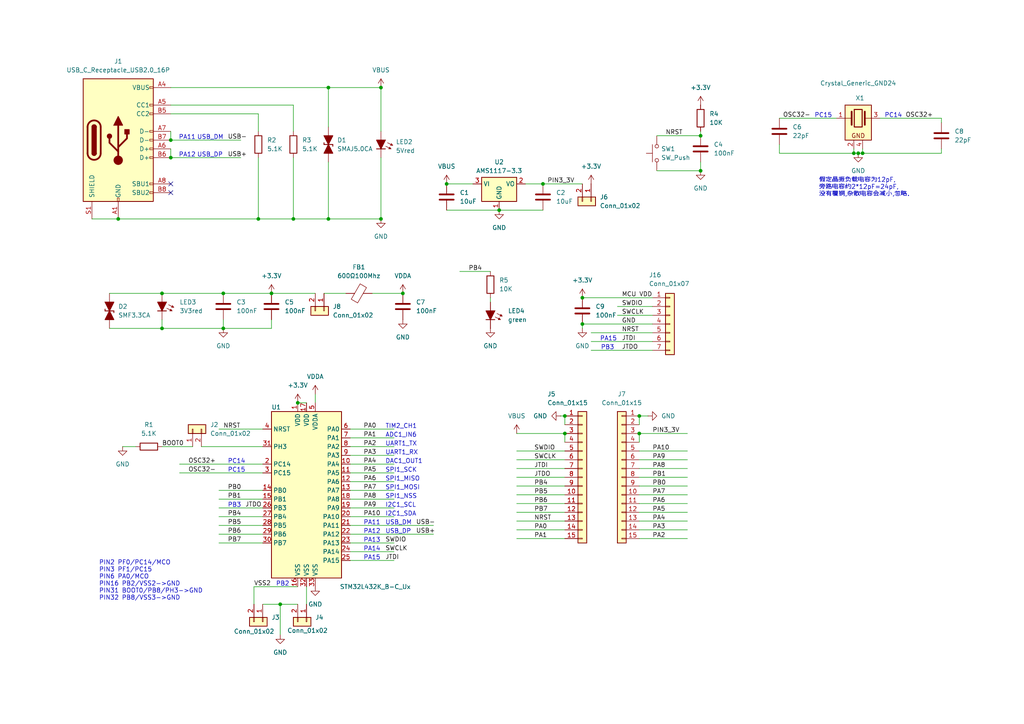
<source format=kicad_sch>
(kicad_sch (version 20250114) (generator "eeschema") (generator_version "9.0")
  (paper "A4")
  (lib_symbols
    (symbol "Connector:USB_C_Receptacle_USB2.0_16P" (pin_names (offset 1.016))
      (property "Reference" "J" (at 0 22.225 0))
      (property "Value" "USB_C_Receptacle_USB2.0_16P" (at 0 19.685 0))
      (symbol "USB_C_Receptacle_USB2.0_16P_1_1"
        (pin passive line (at -7.62 -22.86 90) (length 5.08) (name "SHIELD") (number "S1"))
        (pin passive line (at 0 -22.86 90) (length 5.08) (name "GND") (number "A1"))
        (pin passive line (at 0 -22.86 90) (length 5.08) (hide yes) (name "GND") (number "A12"))
        (pin passive line (at 0 -22.86 90) (length 5.08) (hide yes) (name "GND") (number "B1"))
        (pin passive line (at 0 -22.86 90) (length 5.08) (hide yes) (name "GND") (number "B12"))
        (pin passive line (at 15.24 15.24 180) (length 5.08) (name "VBUS") (number "A4"))
        (pin passive line (at 15.24 15.24 180) (length 5.08) (hide yes) (name "VBUS") (number "A9"))
        (pin passive line (at 15.24 15.24 180) (length 5.08) (hide yes) (name "VBUS") (number "B4"))
        (pin passive line (at 15.24 15.24 180) (length 5.08) (hide yes) (name "VBUS") (number "B9"))
        (pin bidirectional line (at 15.24 10.16 180) (length 5.08) (name "CC1") (number "A5"))
        (pin bidirectional line (at 15.24 7.62 180) (length 5.08) (name "CC2") (number "B5"))
        (pin bidirectional line (at 15.24 2.54 180) (length 5.08) (name "D-") (number "A7"))
        (pin bidirectional line (at 15.24 0 180) (length 5.08) (name "D-") (number "B7"))
        (pin bidirectional line (at 15.24 -2.54 180) (length 5.08) (name "D+") (number "A6"))
        (pin bidirectional line (at 15.24 -5.08 180) (length 5.08) (name "D+") (number "B6"))
        (pin bidirectional line (at 15.24 -12.7 180) (length 5.08) (name "SBU1") (number "A8"))
        (pin bidirectional line (at 15.24 -15.24 180) (length 5.08) (name "SBU2") (number "B8"))
      )
    )
    (symbol "Connector_Generic:Conn_01x02" (pin_names (offset 1.016) (hide yes))
      (property "Reference" "J" (at 0 2.54 0))
      (property "Value" "Conn_01x02" (at 0 -5.08 0))
      (symbol "Conn_01x02_1_1"
        (pin passive line (at -5.08 0 0) (length 3.81) (name "Pin_1") (number "1"))
        (pin passive line (at -5.08 -2.54 0) (length 3.81) (name "Pin_2") (number "2"))
      )
    )
    (symbol "Connector_Generic:Conn_01x07" (pin_names (offset 1.016) (hide yes))
      (property "Reference" "J" (at 0 10.16 0))
      (property "Value" "Conn_01x07" (at 0 -10.16 0))
      (symbol "Conn_01x07_1_1"
        (pin passive line (at -5.08 7.62 0) (length 3.81) (name "Pin_1") (number "1"))
        (pin passive line (at -5.08 5.08 0) (length 3.81) (name "Pin_2") (number "2"))
        (pin passive line (at -5.08 2.54 0) (length 3.81) (name "Pin_3") (number "3"))
        (pin passive line (at -5.08 0 0) (length 3.81) (name "Pin_4") (number "4"))
        (pin passive line (at -5.08 -2.54 0) (length 3.81) (name "Pin_5") (number "5"))
        (pin passive line (at -5.08 -5.08 0) (length 3.81) (name "Pin_6") (number "6"))
        (pin passive line (at -5.08 -7.62 0) (length 3.81) (name "Pin_7") (number "7"))
      )
    )
    (symbol "Connector_Generic:Conn_01x15" (pin_names (offset 1.016) (hide yes))
      (property "Reference" "J" (at 0 20.32 0))
      (property "Value" "Conn_01x15" (at 0 -20.32 0))
      (symbol "Conn_01x15_1_1"
        (pin passive line (at -5.08 17.78 0) (length 3.81) (name "Pin_1") (number "1"))
        (pin passive line (at -5.08 15.24 0) (length 3.81) (name "Pin_2") (number "2"))
        (pin passive line (at -5.08 12.7 0) (length 3.81) (name "Pin_3") (number "3"))
        (pin passive line (at -5.08 10.16 0) (length 3.81) (name "Pin_4") (number "4"))
        (pin passive line (at -5.08 7.62 0) (length 3.81) (name "Pin_5") (number "5"))
        (pin passive line (at -5.08 5.08 0) (length 3.81) (name "Pin_6") (number "6"))
        (pin passive line (at -5.08 2.54 0) (length 3.81) (name "Pin_7") (number "7"))
        (pin passive line (at -5.08 0 0) (length 3.81) (name "Pin_8") (number "8"))
        (pin passive line (at -5.08 -2.54 0) (length 3.81) (name "Pin_9") (number "9"))
        (pin passive line (at -5.08 -5.08 0) (length 3.81) (name "Pin_10") (number "10"))
        (pin passive line (at -5.08 -7.62 0) (length 3.81) (name "Pin_11") (number "11"))
        (pin passive line (at -5.08 -10.16 0) (length 3.81) (name "Pin_12") (number "12"))
        (pin passive line (at -5.08 -12.7 0) (length 3.81) (name "Pin_13") (number "13"))
        (pin passive line (at -5.08 -15.24 0) (length 3.81) (name "Pin_14") (number "14"))
        (pin passive line (at -5.08 -17.78 0) (length 3.81) (name "Pin_15") (number "15"))
      )
    )
    (symbol "Device:FerriteBead" (pin_numbers (hide yes)) (pin_names (offset 0))
      (property "Reference" "FB" (at -3.81 0.635 90))
      (property "Value" "FerriteBead" (at 3.81 0 90))
      (symbol "FerriteBead_1_1"
        (pin passive line (at 0 3.81 270) (length 2.54) (name "~") (number "1"))
        (pin passive line (at 0 -3.81 90) (length 2.54) (name "~") (number "2"))
      )
    )
    (symbol "Library:SMF3.3CA" (pin_numbers (hide yes)) (pin_names (offset 1.016) (hide yes))
      (property "Reference" "D" (at 0 5.08 0))
      (property "Value" "SMF3.3CA" (at 0 2.54 0))
      (symbol "SMF3.3CA_1_1"
        (pin passive line (at -5.08 0 0) (length 2.54) (name "K") (number "1"))
        (pin passive line (at 5.08 0 180) (length 2.54) (name "A") (number "2"))
      )
      (symbol "SMF3.3CA_1_2"
        (pin passive line (at -3.81 -3.81 0) (length 0) (name "A") (number "2"))
        (pin passive line (at 3.81 3.81 180) (length 0) (name "K") (number "1"))
      )
    )
    (symbol "MCU_ST_STM32L4:STM32L432K_B-C_Ux"
      (property "Reference" "U1" (at -10.16 26.67 0))
      (property "Value" "STM32L432K_B-C_Ux" (at 9.652 -25.4 0))
      (symbol "STM32L432K_B-C_Ux_1_1"
        (pin input line (at -12.7 20.32 0) (length 2.54) (name "NRST") (number "4"))
        (pin bidirectional line (at -12.7 15.24 0) (length 2.54) (name "PH3") (number "31"))
        (pin bidirectional line (at -12.7 10.16 0) (length 2.54) (name "PC14") (number "2"))
        (pin bidirectional line (at -12.7 7.62 0) (length 2.54) (name "PC15") (number "3"))
        (pin bidirectional line (at -12.7 2.54 0) (length 2.54) (name "PB0") (number "14"))
        (pin bidirectional line (at -12.7 0 0) (length 2.54) (name "PB1") (number "15"))
        (pin bidirectional line (at -12.7 -2.54 0) (length 2.54) (name "PB3") (number "26"))
        (pin bidirectional line (at -12.7 -5.08 0) (length 2.54) (name "PB4") (number "27"))
        (pin bidirectional line (at -12.7 -7.62 0) (length 2.54) (name "PB5") (number "28"))
        (pin bidirectional line (at -12.7 -10.16 0) (length 2.54) (name "PB6") (number "29"))
        (pin bidirectional line (at -12.7 -12.7 0) (length 2.54) (name "PB7") (number "30"))
        (pin power_in line (at -2.54 27.94 270) (length 2.54) (name "VDD") (number "1"))
        (pin power_in line (at -2.54 -25.4 90) (length 2.54) (name "VSS") (number "16"))
        (pin power_in line (at 0 27.94 270) (length 2.54) (name "VDD") (number "17"))
        (pin passive line (at 0 -25.4 90) (length 2.54) (name "VSS") (number "32"))
        (pin power_in line (at 2.54 27.94 270) (length 2.54) (name "VDDA") (number "5"))
        (pin passive line (at 2.54 -25.4 90) (length 2.54) (name "VSS") (number "33"))
        (pin bidirectional line (at 12.7 20.32 180) (length 2.54) (name "PA0") (number "6"))
        (pin bidirectional line (at 12.7 17.78 180) (length 2.54) (name "PA1") (number "7"))
        (pin bidirectional line (at 12.7 15.24 180) (length 2.54) (name "PA2") (number "8"))
        (pin bidirectional line (at 12.7 12.7 180) (length 2.54) (name "PA3") (number "9"))
        (pin bidirectional line (at 12.7 10.16 180) (length 2.54) (name "PA4") (number "10"))
        (pin bidirectional line (at 12.7 7.62 180) (length 2.54) (name "PA5") (number "11"))
        (pin bidirectional line (at 12.7 5.08 180) (length 2.54) (name "PA6") (number "12"))
        (pin bidirectional line (at 12.7 2.54 180) (length 2.54) (name "PA7") (number "13"))
        (pin bidirectional line (at 12.7 0 180) (length 2.54) (name "PA8") (number "18"))
        (pin bidirectional line (at 12.7 -2.54 180) (length 2.54) (name "PA9") (number "19"))
        (pin bidirectional line (at 12.7 -5.08 180) (length 2.54) (name "PA10") (number "20"))
        (pin bidirectional line (at 12.7 -7.62 180) (length 2.54) (name "PA11") (number "21"))
        (pin bidirectional line (at 12.7 -10.16 180) (length 2.54) (name "PA12") (number "22"))
        (pin bidirectional line (at 12.7 -12.7 180) (length 2.54) (name "PA13") (number "23"))
        (pin bidirectional line (at 12.7 -15.24 180) (length 2.54) (name "PA14") (number "24"))
        (pin bidirectional line (at 12.7 -17.78 180) (length 2.54) (name "PA15") (number "25"))
      )
    )
    (symbol "PCM_Capacitor_AKL:C_0603" (pin_numbers (hide yes)) (pin_names (offset 0.254))
      (property "Reference" "C" (at 0.635 2.54 0))
      (property "Value" "C_0603" (at 0.635 -2.54 0))
      (symbol "C_0603_1_1"
        (pin passive line (at 0 3.81 270) (length 2.794) (name "~") (number "1"))
        (pin passive line (at 0 -3.81 90) (length 2.794) (name "~") (number "2"))
      )
      (symbol "C_0603_1_2"
        (pin passive line (at -2.54 -2.54 90) (length 0) (name "~") (number "2"))
        (pin passive line (at 2.54 2.54 270) (length 0) (name "~") (number "1"))
      )
    )
    (symbol "PCM_Capacitor_AKL:C_1206" (pin_numbers (hide yes)) (pin_names (offset 0.254))
      (property "Reference" "C" (at 0.635 2.54 0))
      (property "Value" "C_1206" (at 0.635 -2.54 0))
      (symbol "C_1206_1_1"
        (pin passive line (at 0 3.81 270) (length 2.794) (name "~") (number "1"))
        (pin passive line (at 0 -3.81 90) (length 2.794) (name "~") (number "2"))
      )
      (symbol "C_1206_1_2"
        (pin passive line (at -2.54 -2.54 90) (length 0) (name "~") (number "2"))
        (pin passive line (at 2.54 2.54 270) (length 0) (name "~") (number "1"))
      )
    )
    (symbol "PCM_Crystal_AKL:Crystal_Generic_GND24" (pin_names (offset 1.016) (hide yes))
      (property "Reference" "X" (at 0 8.89 0))
      (property "Value" "Crystal_Generic" (at 0 6.35 0))
      (symbol "Crystal_Generic_GND24_0_1"
        (text "GND" (at 0 -5.08 0) (effects (font (size 1.27 1.27))))
      )
      (symbol "Crystal_Generic_GND24_1_1"
        (pin passive line (at -6.35 0 0) (length 2.54) (name "1") (number "1"))
        (pin passive line (at -1.27 -8.89 90) (length 2.54) (name "2") (number "2"))
        (pin passive line (at 1.27 -8.89 90) (length 2.54) (name "4") (number "4"))
        (pin passive line (at 6.35 0 180) (length 2.54) (name "3") (number "3"))
      )
    )
    (symbol "PCM_Diode_TVS_AKL:SMAJ5.0CA" (pin_numbers (hide yes)) (pin_names (offset 1.016) (hide yes))
      (property "Reference" "D" (at 0 5.08 0))
      (property "Value" "SMAJ5.0CA" (at 0 2.54 0))
      (symbol "SMAJ5.0CA_1_1"
        (pin passive line (at -5.08 0 0) (length 2.54) (name "K") (number "1"))
        (pin passive line (at 5.08 0 180) (length 2.54) (name "A") (number "2"))
      )
      (symbol "SMAJ5.0CA_1_2"
        (pin passive line (at -3.81 -3.81 0) (length 0) (name "A") (number "2"))
        (pin passive line (at 3.81 3.81 180) (length 0) (name "K") (number "1"))
      )
    )
    (symbol "PCM_LED_AKL:LED_1206" (pin_numbers (hide yes)) (pin_names (offset 1.016) (hide yes))
      (property "Reference" "LED" (at 0 7.62 0))
      (property "Value" "LED_1206" (at 0 5.08 0))
      (symbol "LED_1206_1_1"
        (pin passive line (at -3.81 0 0) (length 2.54) (name "A") (number "2"))
        (pin passive line (at 3.81 0 180) (length 2.54) (name "K") (number "1"))
      )
      (symbol "LED_1206_1_2"
        (pin passive line (at -2.54 -2.54 0) (length 0) (name "A") (number "2"))
        (pin passive line (at 2.54 2.54 180) (length 0) (name "K") (number "1"))
      )
    )
    (symbol "PCM_Resistor_AKL:R_1206" (pin_numbers (hide yes)) (pin_names (offset 0))
      (property "Reference" "R" (at 2.54 1.27 0))
      (property "Value" "R_1206" (at 2.54 -1.27 0))
      (symbol "R_1206_1_1"
        (pin passive line (at 0 3.81 270) (length 1.27) (name "~") (number "1"))
        (pin passive line (at 0 -3.81 90) (length 1.27) (name "~") (number "2"))
      )
      (symbol "R_1206_1_2"
        (pin passive line (at -2.54 -2.54 0) (length 0) (name "") (number "2"))
        (pin passive line (at 2.54 2.54 180) (length 0) (name "") (number "1"))
      )
    )
    (symbol "Regulator_Linear:AMS1117-3.3"
      (property "Reference" "U" (at -3.81 3.175 0))
      (property "Value" "AMS1117-3.3" (at 0 3.175 0))
      (symbol "AMS1117-3.3_1_1"
        (pin power_in line (at -7.62 0 0) (length 2.54) (name "VI") (number "3"))
        (pin power_in line (at 0 -7.62 90) (length 2.54) (name "GND") (number "1"))
        (pin power_out line (at 7.62 0 180) (length 2.54) (name "VO") (number "2"))
      )
    )
    (symbol "Switch:SW_Push" (pin_numbers (hide yes)) (pin_names (offset 1.016) (hide yes))
      (property "Reference" "SW" (at 1.27 2.54 0))
      (property "Value" "SW_Push" (at 0 -1.524 0))
      (symbol "SW_Push_0_1"
        (pin passive line (at -5.08 0 0) (length 2.54) (name "1") (number "1"))
        (pin passive line (at 5.08 0 180) (length 2.54) (name "2") (number "2"))
      )
    )
    (symbol "power:+3.3V" (power) (pin_numbers (hide yes)) (pin_names (offset 0) (hide yes))
      (property "Value" "+3.3V" (at 0 3.556 0))
      (symbol "+3.3V_1_1"
        (pin power_in line (at 0 0 90) (length 0) (name "~") (number "1"))
      )
    )
    (symbol "power:GND" (power) (pin_numbers (hide yes)) (pin_names (offset 0) (hide yes))
      (property "Value" "GND" (at 0 -3.81 0))
      (symbol "GND_1_1"
        (pin power_in line (at 0 0 270) (length 0) (name "~") (number "1"))
      )
    )
    (symbol "power:VBUS" (power) (pin_numbers (hide yes)) (pin_names (offset 0) (hide yes))
      (property "Value" "VBUS" (at 0 3.556 0))
      (symbol "VBUS_1_1"
        (pin power_in line (at 0 0 90) (length 0) (name "~") (number "1"))
      )
    )
    (symbol "power:VDDA" (power) (pin_numbers (hide yes)) (pin_names (offset 0) (hide yes))
      (property "Value" "VDDA" (at 0 3.556 0))
      (symbol "VDDA_1_1"
        (pin power_in line (at 0 0 90) (length 0) (name "~") (number "1"))
      )
    )
  )
  (text "DAC1_OUT1" (at 111.76 134.62 0) (effects (font (size 1.27 1.27)) (justify left bottom)))
  (text "SPI1_NSS" (at 111.76 144.78 0) (effects (font (size 1.27 1.27)) (justify left bottom)))
  (text "PA12" (at 51.816 45.72 0) (effects (font (size 1.27 1.27)) (justify left bottom)))
  (text "USB_DM" (at 111.76 152.4 0) (effects (font (size 1.27 1.27)) (justify left bottom)))
  (text "PC15" (at 236.22 34.29 0) (effects (font (size 1.27 1.27)) (justify left bottom)))
  (text "USB_DP" (at 111.76 154.94 0) (effects (font (size 1.27 1.27)) (justify left bottom)))
  (text "SPI1_MISO" (at 111.76 139.7 0) (effects (font (size 1.27 1.27)) (justify left bottom)))
  (text "PC14" (at 66.04 134.62 0) (effects (font (size 1.27 1.27)) (justify left bottom)))
  (text "PA14" (at 105.41 160.02 0) (effects (font (size 1.27 1.27)) (justify left bottom)))
  (text "USB_DP" (at 57.15 45.72 0) (effects (font (size 1.27 1.27)) (justify left bottom)))
  (text "TIM2_CH1" (at 111.76 124.46 0) (effects (font (size 1.27 1.27)) (justify left bottom)))
  (text "PA11" (at 105.41 152.4 0) (effects (font (size 1.27 1.27)) (justify left bottom)))
  (text "PA15" (at 105.41 162.56 0) (effects (font (size 1.27 1.27)) (justify left bottom)))
  (text "PC15" (at 66.04 137.16 0) (effects (font (size 1.27 1.27)) (justify left bottom)))
  (text "I2C1_SCL" (at 111.76 147.32 0) (effects (font (size 1.27 1.27)) (justify left bottom)))
  (text "PA12" (at 105.41 154.94 0) (effects (font (size 1.27 1.27)) (justify left bottom)))
  (text "UART1_RX" (at 111.76 132.08 0) (effects (font (size 1.27 1.27)) (justify left bottom)))
  (text "PB2" (at 80.01 170.18 0) (effects (font (size 1.27 1.27)) (justify left bottom)))
  (text "USB_DM" (at 57.15 40.64 0) (effects (font (size 1.27 1.27)) (justify left bottom)))
  (text "ADC1_IN6" (at 111.76 127 0) (effects (font (size 1.27 1.27)) (justify left bottom)))
  (text "SPI1_SCK" (at 111.76 137.16 0) (effects (font (size 1.27 1.27)) (justify left bottom)))
  (text "PC14" (at 256.54 34.29 0) (effects (font (size 1.27 1.27)) (justify left bottom)))
  (text "假定晶振负载电容为12pF,\n旁路电容约2*12pF=24pF,\n没有覆铜,杂散电容会减小,忽略." (at 237.49 57.15 0) (effects (font (size 1.27 1.27)) (justify left bottom)))
  (text "PA13" (at 105.41 157.48 0) (effects (font (size 1.27 1.27)) (justify left bottom)))
  (text "PIN2 PF0/PC14/MCO\nPIN3 PF1/PC15\nPIN6 PA0/MCO\nPIN16 PB2/VSS2->GND\nPIN31 BOOT0/PB8/PH3->GND\nPIN32 PB8/VSS3->GND" (at 28.702 174.244 0) (effects (font (size 1.27 1.27)) (justify left bottom)))
  (text "PB3" (at 66.04 147.32 0) (effects (font (size 1.27 1.27)) (justify left bottom)))
  (text "PA11" (at 51.816 40.64 0) (effects (font (size 1.27 1.27)) (justify left bottom)))
  (text "PB3" (at 174.244 101.6 0) (effects (font (size 1.27 1.27)) (justify left bottom)))
  (text "I2C1_SDA" (at 111.76 149.86 0) (effects (font (size 1.27 1.27)) (justify left bottom)))
  (text "UART1_TX" (at 111.76 129.54 0) (effects (font (size 1.27 1.27)) (justify left bottom)))
  (text "SPI1_MOSI" (at 111.76 142.24 0) (effects (font (size 1.27 1.27)) (justify left bottom)))
  (text "PA15" (at 173.99 99.06 0) (effects (font (size 1.27 1.27)) (justify left bottom)))
  (junction (at 185.42 120.65))
  (junction (at 95.25 25.4))
  (junction (at 74.93 63.5))
  (junction (at 157.48 53.34))
  (junction (at 203.2 39.37))
  (junction (at 110.49 25.4))
  (junction (at 250.19 44.45))
  (junction (at 64.77 95.25))
  (junction (at 49.53 40.64))
  (junction (at 85.09 63.5))
  (junction (at 46.99 95.25))
  (junction (at 34.29 63.5))
  (junction (at 86.36 116.84))
  (junction (at 248.92 44.45))
  (junction (at 168.91 86.36))
  (junction (at 129.54 53.34))
  (junction (at 163.83 120.65))
  (junction (at 46.99 85.09))
  (junction (at 203.2 49.53))
  (junction (at 247.65 44.45))
  (junction (at 78.74 85.09))
  (junction (at 185.42 125.73))
  (junction (at 116.84 85.09))
  (junction (at 163.83 125.73))
  (junction (at 95.25 63.5))
  (junction (at 49.53 45.72))
  (junction (at 64.77 85.09))
  (junction (at 144.78 60.96))
  (junction (at 81.28 175.26))
  (junction (at 168.91 93.98))
  (junction (at 110.49 63.5))
  (no_connect (at 49.53 55.88))
  (no_connect (at 49.53 53.34))
  (wire (pts (xy 49.53 45.72) (xy 69.85 45.72)))
  (wire (pts (xy 85.09 63.5) (xy 74.93 63.5)))
  (wire (pts (xy 152.4 53.34) (xy 157.48 53.34)))
  (wire (pts (xy 149.86 153.67) (xy 163.83 153.67)))
  (wire (pts (xy 185.42 148.59) (xy 199.39 148.59)))
  (wire (pts (xy 85.09 30.48) (xy 85.09 38.1)))
  (wire (pts (xy 179.07 88.9) (xy 189.23 88.9)))
  (wire (pts (xy 203.2 38.1) (xy 203.2 39.37)))
  (wire (pts (xy 63.5 154.94) (xy 76.2 154.94)))
  (wire (pts (xy 190.5 49.53) (xy 203.2 49.53)))
  (wire (pts (xy 250.19 43.18) (xy 250.19 44.45)))
  (wire (pts (xy 31.75 95.25) (xy 46.99 95.25)))
  (wire (pts (xy 101.6 129.54) (xy 114.3 129.54)))
  (wire (pts (xy 26.67 63.5) (xy 34.29 63.5)))
  (wire (pts (xy 63.5 144.78) (xy 76.2 144.78)))
  (wire (pts (xy 185.42 156.21) (xy 199.39 156.21)))
  (wire (pts (xy 129.54 60.96) (xy 144.78 60.96)))
  (wire (pts (xy 101.6 162.56) (xy 114.3 162.56)))
  (wire (pts (xy 226.06 44.45) (xy 247.65 44.45)))
  (wire (pts (xy 91.44 114.3) (xy 91.44 116.84)))
  (wire (pts (xy 46.99 129.54) (xy 55.88 129.54)))
  (wire (pts (xy 101.6 144.78) (xy 114.3 144.78)))
  (wire (pts (xy 101.6 127) (xy 114.3 127)))
  (wire (pts (xy 81.28 175.26) (xy 86.36 175.26)))
  (wire (pts (xy 73.66 170.18) (xy 86.36 170.18)))
  (wire (pts (xy 93.98 85.09) (xy 100.33 85.09)))
  (wire (pts (xy 185.42 138.43) (xy 199.39 138.43)))
  (wire (pts (xy 101.6 124.46) (xy 114.3 124.46)))
  (wire (pts (xy 185.42 146.05) (xy 199.39 146.05)))
  (wire (pts (xy 185.42 153.67) (xy 199.39 153.67)))
  (wire (pts (xy 101.6 132.08) (xy 114.3 132.08)))
  (wire (pts (xy 49.53 33.02) (xy 74.93 33.02)))
  (wire (pts (xy 185.42 130.81) (xy 199.39 130.81)))
  (wire (pts (xy 52.07 137.16) (xy 76.2 137.16)))
  (wire (pts (xy 242.57 34.29) (xy 226.06 34.29)))
  (wire (pts (xy 185.42 133.35) (xy 199.39 133.35)))
  (wire (pts (xy 149.86 133.35) (xy 163.83 133.35)))
  (wire (pts (xy 95.25 46.99) (xy 95.25 63.5)))
  (wire (pts (xy 273.05 44.45) (xy 273.05 43.18)))
  (wire (pts (xy 168.91 93.98) (xy 168.91 95.25)))
  (wire (pts (xy 133.35 78.74) (xy 142.24 78.74)))
  (wire (pts (xy 149.86 156.21) (xy 163.83 156.21)))
  (wire (pts (xy 88.9 170.18) (xy 88.9 175.26)))
  (wire (pts (xy 101.6 152.4) (xy 125.73 152.4)))
  (wire (pts (xy 149.86 130.81) (xy 163.83 130.81)))
  (wire (pts (xy 185.42 125.73) (xy 185.42 128.27)))
  (wire (pts (xy 247.65 44.45) (xy 248.92 44.45)))
  (wire (pts (xy 101.6 157.48) (xy 114.3 157.48)))
  (wire (pts (xy 185.42 135.89) (xy 199.39 135.89)))
  (wire (pts (xy 78.74 85.09) (xy 91.44 85.09)))
  (wire (pts (xy 203.2 46.99) (xy 203.2 49.53)))
  (wire (pts (xy 110.49 45.72) (xy 110.49 63.5)))
  (wire (pts (xy 101.6 139.7) (xy 114.3 139.7)))
  (wire (pts (xy 46.99 95.25) (xy 64.77 95.25)))
  (wire (pts (xy 95.25 25.4) (xy 95.25 36.83)))
  (wire (pts (xy 162.56 120.65) (xy 163.83 120.65)))
  (wire (pts (xy 247.65 43.18) (xy 247.65 44.45)))
  (wire (pts (xy 73.66 175.26) (xy 73.66 170.18)))
  (wire (pts (xy 101.6 147.32) (xy 114.3 147.32)))
  (wire (pts (xy 110.49 25.4) (xy 110.49 38.1)))
  (wire (pts (xy 49.53 25.4) (xy 95.25 25.4)))
  (wire (pts (xy 171.45 101.6) (xy 189.23 101.6)))
  (wire (pts (xy 63.5 147.32) (xy 76.2 147.32)))
  (wire (pts (xy 187.96 120.65) (xy 185.42 120.65)))
  (wire (pts (xy 63.5 142.24) (xy 76.2 142.24)))
  (wire (pts (xy 273.05 34.29) (xy 273.05 35.56)))
  (wire (pts (xy 46.99 85.09) (xy 64.77 85.09)))
  (wire (pts (xy 250.19 44.45) (xy 273.05 44.45)))
  (wire (pts (xy 78.74 95.25) (xy 78.74 92.71)))
  (wire (pts (xy 149.86 135.89) (xy 163.83 135.89)))
  (wire (pts (xy 49.53 38.1) (xy 49.53 40.64)))
  (wire (pts (xy 64.77 85.09) (xy 78.74 85.09)))
  (wire (pts (xy 76.2 175.26) (xy 81.28 175.26)))
  (wire (pts (xy 31.75 85.09) (xy 46.99 85.09)))
  (wire (pts (xy 101.6 149.86) (xy 114.3 149.86)))
  (wire (pts (xy 168.91 86.36) (xy 189.23 86.36)))
  (wire (pts (xy 144.78 60.96) (xy 157.48 60.96)))
  (wire (pts (xy 64.77 95.25) (xy 64.77 92.71)))
  (wire (pts (xy 101.6 160.02) (xy 114.3 160.02)))
  (wire (pts (xy 185.42 140.97) (xy 199.39 140.97)))
  (wire (pts (xy 179.07 91.44) (xy 189.23 91.44)))
  (wire (pts (xy 190.5 39.37) (xy 203.2 39.37)))
  (wire (pts (xy 95.25 25.4) (xy 110.49 25.4)))
  (wire (pts (xy 85.09 45.72) (xy 85.09 63.5)))
  (wire (pts (xy 226.06 44.45) (xy 226.06 41.91)))
  (wire (pts (xy 185.42 143.51) (xy 199.39 143.51)))
  (wire (pts (xy 49.53 43.18) (xy 49.53 45.72)))
  (wire (pts (xy 101.6 142.24) (xy 114.3 142.24)))
  (wire (pts (xy 35.56 129.54) (xy 39.37 129.54)))
  (wire (pts (xy 171.45 96.52) (xy 189.23 96.52)))
  (wire (pts (xy 46.99 95.25) (xy 46.99 92.71)))
  (wire (pts (xy 185.42 120.65) (xy 185.42 123.19)))
  (wire (pts (xy 255.27 34.29) (xy 273.05 34.29)))
  (wire (pts (xy 149.86 151.13) (xy 163.83 151.13)))
  (wire (pts (xy 63.5 152.4) (xy 76.2 152.4)))
  (wire (pts (xy 149.86 140.97) (xy 163.83 140.97)))
  (wire (pts (xy 171.45 99.06) (xy 189.23 99.06)))
  (wire (pts (xy 149.86 146.05) (xy 163.83 146.05)))
  (wire (pts (xy 49.53 30.48) (xy 85.09 30.48)))
  (wire (pts (xy 63.5 124.46) (xy 76.2 124.46)))
  (wire (pts (xy 149.86 143.51) (xy 163.83 143.51)))
  (wire (pts (xy 185.42 151.13) (xy 199.39 151.13)))
  (wire (pts (xy 63.5 157.48) (xy 76.2 157.48)))
  (wire (pts (xy 110.49 63.5) (xy 95.25 63.5)))
  (wire (pts (xy 58.42 129.54) (xy 76.2 129.54)))
  (wire (pts (xy 52.07 134.62) (xy 76.2 134.62)))
  (wire (pts (xy 157.48 53.34) (xy 168.91 53.34)))
  (wire (pts (xy 163.83 125.73) (xy 163.83 128.27)))
  (wire (pts (xy 74.93 63.5) (xy 34.29 63.5)))
  (wire (pts (xy 142.24 86.36) (xy 142.24 87.63)))
  (wire (pts (xy 101.6 134.62) (xy 114.3 134.62)))
  (wire (pts (xy 107.95 85.09) (xy 116.84 85.09)))
  (wire (pts (xy 149.86 125.73) (xy 163.83 125.73)))
  (wire (pts (xy 64.77 95.25) (xy 78.74 95.25)))
  (wire (pts (xy 101.6 137.16) (xy 114.3 137.16)))
  (wire (pts (xy 168.91 93.98) (xy 189.23 93.98)))
  (wire (pts (xy 86.36 116.84) (xy 88.9 116.84)))
  (wire (pts (xy 248.92 44.45) (xy 250.19 44.45)))
  (wire (pts (xy 129.54 53.34) (xy 137.16 53.34)))
  (wire (pts (xy 63.5 149.86) (xy 76.2 149.86)))
  (wire (pts (xy 95.25 63.5) (xy 85.09 63.5)))
  (wire (pts (xy 149.86 138.43) (xy 163.83 138.43)))
  (wire (pts (xy 74.93 33.02) (xy 74.93 38.1)))
  (wire (pts (xy 74.93 45.72) (xy 74.93 63.5)))
  (wire (pts (xy 149.86 148.59) (xy 163.83 148.59)))
  (wire (pts (xy 163.83 120.65) (xy 163.83 123.19)))
  (wire (pts (xy 101.6 154.94) (xy 125.73 154.94)))
  (wire (pts (xy 81.28 184.15) (xy 81.28 175.26)))
  (wire (pts (xy 185.42 125.73) (xy 199.39 125.73)))
  (wire (pts (xy 49.53 40.64) (xy 69.85 40.64)))
  (label "PA7" (at 189.23 143.51 0))
  (label "JTDI" (at 154.94 135.89 0))
  (label "JTDO" (at 154.94 138.43 0))
  (label "PB6" (at 66.04 154.94 0))
  (label "PIN3_3V" (at 158.75 53.34 0))
  (label "SWCLK" (at 154.94 133.35 0))
  (label "OSC32+" (at 54.61 134.62 0))
  (label "PA5" (at 189.23 148.59 0))
  (label "JTDO" (at 71.12 147.32 0))
  (label "USB-" (at 66.04 40.64 0))
  (label "PA6" (at 189.23 146.05 0))
  (label "JTDI" (at 111.76 162.56 0))
  (label "PB4" (at 154.94 140.97 0))
  (label "PA2" (at 105.41 129.54 0))
  (label "OSC32+" (at 262.636 34.29 0))
  (label "SWDIO" (at 111.76 157.48 0))
  (label "PA10" (at 105.41 149.86 0))
  (label "SWCLK" (at 111.76 160.02 0))
  (label "GND" (at 180.34 93.98 0))
  (label "JTDO" (at 180.34 101.6 0))
  (label "PA8" (at 105.41 144.78 0))
  (label "PA7" (at 105.41 142.24 0))
  (label "USB-" (at 120.65 152.4 0))
  (label "PB1" (at 189.23 138.43 0))
  (label "MCU VDD" (at 180.34 86.36 0))
  (label "PB6" (at 154.94 146.05 0))
  (label "PIN3_3V" (at 189.23 125.73 0))
  (label "PA1" (at 105.41 127 0))
  (label "PB1" (at 66.04 144.78 0))
  (label "PA1" (at 154.94 156.21 0))
  (label "PB5" (at 66.04 152.4 0))
  (label "VSS2" (at 73.66 170.18 0))
  (label "PA4" (at 189.23 151.13 0))
  (label "OSC32-" (at 54.61 137.16 0))
  (label "PA4" (at 105.41 134.62 0))
  (label "PA9" (at 105.41 147.32 0))
  (label "NRST" (at 154.94 151.13 0))
  (label "PA0" (at 105.41 124.46 0))
  (label "USB+" (at 66.04 45.72 0))
  (label "PA10" (at 189.23 130.81 0))
  (label "PA9" (at 189.23 133.35 0))
  (label "JTDI" (at 180.34 99.06 0))
  (label "OSC32-" (at 227.076 34.29 0))
  (label "PA6" (at 105.41 139.7 0))
  (label "NRST" (at 193.04 39.37 0))
  (label "SWCLK" (at 180.34 91.44 0))
  (label "NRST" (at 64.77 124.46 0))
  (label "PA3" (at 105.41 132.08 0))
  (label "PA0" (at 154.94 153.67 0))
  (label "PB4" (at 135.89 78.74 0))
  (label "PB7" (at 154.94 148.59 0))
  (label "PA5" (at 105.41 137.16 0))
  (label "SWDIO" (at 180.34 88.9 0))
  (label "PB4" (at 66.04 149.86 0))
  (label "PA2" (at 189.23 156.21 0))
  (label "PA3" (at 189.23 153.67 0))
  (label "NRST" (at 180.34 96.52 0))
  (label "PB7" (at 66.04 157.48 0))
  (label "USB+" (at 120.65 154.94 0))
  (label "PB5" (at 154.94 143.51 0))
  (label "PA8" (at 189.23 135.89 0))
  (label "PB0" (at 66.04 142.24 0))
  (label "BOOT0" (at 46.99 129.54 0))
  (label "SWDIO" (at 154.94 130.81 0))
  (label "PB0" (at 189.23 140.97 0))
  (symbol (lib_id "power:+3.3V") (at 78.74 85.09 0) (unit 1)
    (property "Reference" "#PWR015" (effects (hide yes)))
    (property "Value" "+3.3V" (at 78.74 80.01 0))
    (property "Description" "Power symbol creates a global label with name \"+3.3V\"" (effects (hide yes)))
  )
  (symbol (lib_id "Connector_Generic:Conn_01x02") (at 171.45 58.42 270) (unit 1)
    (property "Reference" "J6" (at 173.99 57.1499 90) (effects (justify left)))
    (property "Value" "Conn_01x02" (at 173.99 59.6899 90) (effects (justify left)))
    (property "Footprint" "Connector_PinHeader_2.54mm:PinHeader_1x02_P2.54mm_Vertical" (effects (hide yes)))
    (property "Description" "Generic connector, single row, 01x02, script generated (kicad-library-utils/schlib/autogen/connector/)" (effects (hide yes)))
  )
  (symbol (lib_id "PCM_Resistor_AKL:R_1206") (at 43.18 129.54 90) (unit 1)
    (property "Reference" "R1" (at 43.18 123.19 90))
    (property "Value" "5.1K" (at 43.18 125.73 90))
    (property "Footprint" "PCM_Resistor_SMD_AKL:R_1206_3216Metric" (effects (hide yes)))
    (property "Description" "SMD 1206 Chip Resistor, European Symbol, Alternate KiCad Library" (effects (hide yes)))
  )
  (symbol (lib_id "Device:FerriteBead") (at 104.14 85.09 90) (unit 1)
    (property "Reference" "FB1" (at 104.0892 77.47 90))
    (property "Value" "600Ω100Mhz" (at 104.0892 80.01 90))
    (property "Footprint" "PCM_Ferrite_SMD_AKL:Ferrite_1206_3216Metric" (effects (hide yes)))
    (property "Description" "Ferrite bead" (effects (hide yes)))
  )
  (symbol (lib_id "PCM_Capacitor_AKL:C_0603") (at 226.06 38.1 0) (unit 1)
    (property "Reference" "C6" (at 229.87 36.8299 0) (effects (justify left)))
    (property "Value" "22pF" (at 229.87 39.3699 0) (effects (justify left)))
    (property "Footprint" "PCM_Capacitor_SMD_AKL:C_0603_1608Metric" (effects (hide yes)))
    (property "Description" "SMD 0603 MLCC capacitor, Alternate KiCad Library" (effects (hide yes)))
  )
  (symbol (lib_id "power:GND") (at 142.24 95.25 0) (unit 1)
    (property "Reference" "#PWR021" (effects (hide yes)))
    (property "Value" "GND" (at 142.24 100.33 0))
    (property "Description" "Power symbol creates a global label with name \"GND\" , ground" (effects (hide yes)))
  )
  (symbol (lib_id "power:GND") (at 168.91 95.25 0) (unit 1)
    (property "Reference" "#PWR023" (effects (hide yes)))
    (property "Value" "GND" (at 168.91 100.33 0))
    (property "Description" "Power symbol creates a global label with name \"GND\" , ground" (effects (hide yes)))
  )
  (symbol (lib_id "Connector_Generic:Conn_01x02") (at 88.9 180.34 270) (unit 1)
    (property "Reference" "J4" (at 91.44 179.0699 90) (effects (justify left)))
    (property "Value" "Conn_01x02" (at 83.312 182.88 90) (effects (justify left)))
    (property "Footprint" "Connector_PinHeader_2.54mm:PinHeader_1x02_P2.54mm_Vertical" (effects (hide yes)))
    (property "Description" "Generic connector, single row, 01x02, script generated (kicad-library-utils/schlib/autogen/connector/)" (effects (hide yes)))
  )
  (symbol (lib_id "power:GND") (at 64.77 95.25 0) (unit 1)
    (property "Reference" "#PWR012" (effects (hide yes)))
    (property "Value" "GND" (at 64.77 100.33 0))
    (property "Description" "Power symbol creates a global label with name \"GND\" , ground" (effects (hide yes)))
  )
  (symbol (lib_id "Connector_Generic:Conn_01x15") (at 180.34 138.43 0) (mirror y) (unit 1)
    (property "Reference" "J7" (at 180.34 114.3 0))
    (property "Value" "Conn_01x15" (at 180.34 116.84 0))
    (property "Footprint" "Connector_PinHeader_2.54mm:PinHeader_1x15_P2.54mm_Vertical" (effects (hide yes)))
    (property "Description" "Generic connector, single row, 01x15, script generated (kicad-library-utils/schlib/autogen/connector/)" (effects (hide yes)))
  )
  (symbol (lib_id "power:GND") (at 35.56 129.54 0) (unit 1)
    (property "Reference" "#PWR01" (effects (hide yes)))
    (property "Value" "GND" (at 35.56 134.62 0))
    (property "Description" "Power symbol creates a global label with name \"GND\" , ground" (effects (hide yes)))
  )
  (symbol (lib_id "PCM_LED_AKL:LED_1206") (at 142.24 91.44 270) (unit 1)
    (property "Reference" "LED4" (at 147.32 90.1699 90) (effects (justify left)))
    (property "Value" "green" (at 147.32 92.7099 90) (effects (justify left)))
    (property "Footprint" "PCM_LED_SMD_AKL:LED_1206_3216Metric" (effects (hide yes)))
    (property "Description" "SMD LED, 1206, Alternate KiCad Library" (effects (hide yes)))
  )
  (symbol (lib_id "PCM_LED_AKL:LED_1206") (at 110.49 41.91 270) (unit 1)
    (property "Reference" "LED2" (at 114.808 41.148 90) (effects (justify left)))
    (property "Value" "5Vred" (at 114.808 43.688 90) (effects (justify left)))
    (property "Footprint" "PCM_LED_SMD_AKL:LED_1206_3216Metric" (effects (hide yes)))
    (property "Description" "SMD LED, 1206, Alternate KiCad Library" (effects (hide yes)))
  )
  (symbol (lib_id "Connector_Generic:Conn_01x07") (at 194.31 93.98 0) (unit 1)
    (property "Reference" "J16" (at 188.214 79.756 0) (effects (justify left)))
    (property "Value" "Conn_01x07" (at 188.214 82.296 0) (effects (justify left)))
    (property "Footprint" "Connector_PinHeader_2.54mm:PinHeader_1x07_P2.54mm_Vertical" (effects (hide yes)))
    (property "Description" "Generic connector, single row, 01x07, script generated (kicad-library-utils/schlib/autogen/connector/)" (effects (hide yes)))
  )
  (symbol (lib_id "PCM_Capacitor_AKL:C_1206") (at 78.74 88.9 0) (unit 1)
    (property "Reference" "C5" (at 82.55 87.6299 0) (effects (justify left)))
    (property "Value" "100nF" (at 82.55 90.1699 0) (effects (justify left)))
    (property "Footprint" "PCM_Capacitor_SMD_AKL:C_1206_3216Metric" (effects (hide yes)))
    (property "Description" "SMD 1206 MLCC capacitor, Alternate KiCad Library" (effects (hide yes)))
  )
  (symbol (lib_id "Regulator_Linear:AMS1117-3.3") (at 144.78 53.34 0) (unit 1)
    (property "Reference" "U2" (at 144.78 46.99 0))
    (property "Value" "AMS1117-3.3" (at 144.78 49.53 0))
    (property "Footprint" "Package_TO_SOT_SMD:SOT-223-3_TabPin2" (effects (hide yes)))
    (property "Datasheet" "http://www.advanced-monolithic.com/pdf/ds1117.pdf" (effects (hide yes)))
    (property "Description" "1A Low Dropout regulator, positive, 3.3V fixed output, SOT-223" (effects (hide yes)))
  )
  (symbol (lib_id "PCM_Capacitor_AKL:C_1206") (at 157.48 57.15 0) (unit 1)
    (property "Reference" "C2" (at 161.29 55.8799 0) (effects (justify left)))
    (property "Value" "10uF" (at 161.29 58.4199 0) (effects (justify left)))
    (property "Footprint" "PCM_Capacitor_SMD_AKL:C_1206_3216Metric" (effects (hide yes)))
    (property "Description" "SMD 1206 MLCC capacitor, Alternate KiCad Library" (effects (hide yes)))
  )
  (symbol (lib_id "PCM_Capacitor_AKL:C_1206") (at 168.91 90.17 0) (unit 1)
    (property "Reference" "C9" (at 172.72 88.8999 0) (effects (justify left)))
    (property "Value" "100nF" (at 172.72 91.4399 0) (effects (justify left)))
    (property "Footprint" "PCM_Capacitor_SMD_AKL:C_1206_3216Metric" (effects (hide yes)))
    (property "Description" "SMD 1206 MLCC capacitor, Alternate KiCad Library" (effects (hide yes)))
  )
  (symbol (lib_id "power:GND") (at 144.78 60.96 0) (unit 1)
    (property "Reference" "#PWR010" (effects (hide yes)))
    (property "Value" "GND" (at 144.78 66.04 0))
    (property "Description" "Power symbol creates a global label with name \"GND\" , ground" (effects (hide yes)))
  )
  (symbol (lib_id "Connector:USB_C_Receptacle_USB2.0_16P") (at 34.29 40.64 0) (unit 1)
    (property "Reference" "J1" (at 34.29 17.78 0))
    (property "Value" "USB_C_Receptacle_USB2.0_16P" (at 34.29 20.32 0))
    (property "Footprint" "Connector_USB:USB_C_Receptacle_HCTL_HC-TYPE-C-16P-01A" (effects (hide yes)))
    (property "Datasheet" "https://www.usb.org/sites/default/files/documents/usb_type-c.zip" (effects (hide yes)))
    (property "Description" "USB 2.0-only 16P Type-C Receptacle connector" (effects (hide yes)))
  )
  (symbol (lib_id "power:GND") (at 203.2 49.53 0) (unit 1)
    (property "Reference" "#PWR014" (effects (hide yes)))
    (property "Value" "GND" (at 203.2 54.61 0))
    (property "Description" "Power symbol creates a global label with name \"GND\" , ground" (effects (hide yes)))
  )
  (symbol (lib_id "Connector_Generic:Conn_01x15") (at 168.91 138.43 0) (unit 1)
    (property "Reference" "J5" (at 158.75 114.3 0) (effects (justify left)))
    (property "Value" "Conn_01x15" (at 158.75 116.84 0) (effects (justify left)))
    (property "Footprint" "Connector_PinHeader_2.54mm:PinHeader_1x15_P2.54mm_Vertical" (effects (hide yes)))
    (property "Description" "Generic connector, single row, 01x15, script generated (kicad-library-utils/schlib/autogen/connector/)" (effects (hide yes)))
  )
  (symbol (lib_id "Connector_Generic:Conn_01x02") (at 93.98 90.17 270) (unit 1)
    (property "Reference" "J8" (at 96.52 88.8999 90) (effects (justify left)))
    (property "Value" "Conn_01x02" (at 96.52 91.4399 90) (effects (justify left)))
    (property "Footprint" "Connector_PinHeader_2.54mm:PinHeader_1x02_P2.54mm_Vertical" (effects (hide yes)))
    (property "Description" "Generic connector, single row, 01x02, script generated (kicad-library-utils/schlib/autogen/connector/)" (effects (hide yes)))
  )
  (symbol (lib_id "power:GND") (at 81.28 184.15 0) (unit 1)
    (property "Reference" "#PWR02" (effects (hide yes)))
    (property "Value" "GND" (at 81.28 189.23 0))
    (property "Description" "Power symbol creates a global label with name \"GND\" , ground" (effects (hide yes)))
  )
  (symbol (lib_id "PCM_Capacitor_AKL:C_1206") (at 64.77 88.9 0) (unit 1)
    (property "Reference" "C3" (at 68.58 87.6299 0) (effects (justify left)))
    (property "Value" "100nF" (at 68.58 90.1699 0) (effects (justify left)))
    (property "Footprint" "PCM_Capacitor_SMD_AKL:C_1206_3216Metric" (effects (hide yes)))
    (property "Description" "SMD 1206 MLCC capacitor, Alternate KiCad Library" (effects (hide yes)))
  )
  (symbol (lib_id "PCM_LED_AKL:LED_1206") (at 46.99 88.9 270) (unit 1)
    (property "Reference" "LED3" (at 52.07 87.6299 90) (effects (justify left)))
    (property "Value" "3V3red" (at 52.07 90.1699 90) (effects (justify left)))
    (property "Footprint" "PCM_LED_SMD_AKL:LED_1206_3216Metric" (effects (hide yes)))
    (property "Description" "SMD LED, 1206, Alternate KiCad Library" (effects (hide yes)))
  )
  (symbol (lib_id "power:GND") (at 116.84 92.71 0) (unit 1)
    (property "Reference" "#PWR020" (effects (hide yes)))
    (property "Value" "GND" (at 116.84 97.79 0))
    (property "Description" "Power symbol creates a global label with name \"GND\" , ground" (effects (hide yes)))
  )
  (symbol (lib_id "MCU_ST_STM32L4:STM32L432K_B-C_Ux") (at 88.9 144.78 0) (unit 1)
    (property "Reference" "U1" (at 78.74 118.11 0) (effects (justify left)))
    (property "Value" "STM32L432K_B-C_Ux" (at 98.552 170.18 0) (effects (justify left)))
    (property "Footprint" "Library:LQFP-32_7x7mm_P0.8mm_QFN-32-1EP_5x5mm_P0.5mm_EP3.45x3.45mm" (effects (hide yes)))
    (property "Datasheet" "https://www.st.com/resource/en/datasheet/stm32l432kb.pdf" (effects (hide yes)))
    (property "Description" "STMicroelectronics Arm Cortex-M4 MCU, 128-256KB flash, 64KB RAM, 80 MHz, 1.71-3.6V, 26 GPIO, UFQFPN32" (effects (hide yes)))
  )
  (symbol (lib_id "power:GND") (at 162.56 120.65 270) (unit 1)
    (property "Reference" "#PWR016" (effects (hide yes)))
    (property "Value" "GND" (at 158.75 120.6499 90) (effects (justify right)))
    (property "Description" "Power symbol creates a global label with name \"GND\" , ground" (effects (hide yes)))
  )
  (symbol (lib_id "Connector_Generic:Conn_01x02") (at 55.88 124.46 90) (unit 1)
    (property "Reference" "J2" (at 60.96 123.1899 90) (effects (justify right)))
    (property "Value" "Conn_01x02" (at 60.96 125.7299 90) (effects (justify right)))
    (property "Footprint" "Connector_PinHeader_2.54mm:PinHeader_1x02_P2.54mm_Vertical" (effects (hide yes)))
    (property "Description" "Generic connector, single row, 01x02, script generated (kicad-library-utils/schlib/autogen/connector/)" (effects (hide yes)))
  )
  (symbol (lib_id "power:GND") (at 91.44 170.18 0) (unit 1)
    (property "Reference" "#PWR05" (effects (hide yes)))
    (property "Value" "GND" (at 91.44 175.26 0))
    (property "Description" "Power symbol creates a global label with name \"GND\" , ground" (effects (hide yes)))
  )
  (symbol (lib_id "PCM_Crystal_AKL:Crystal_Generic_GND24") (at 248.92 34.29 0) (unit 1)
    (property "Reference" "X1" (at 249.428 28.448 0))
    (property "Value" "Crystal_Generic_GND24" (at 248.92 24.13 0))
    (property "Footprint" "Crystal:Crystal_SMD_SeikoEpson_TSX3225-4Pin_3.2x2.5mm" (effects (hide yes)))
    (property "Description" "Quartz crystal, Shielded, Generic symbol, Alternate KiCad Library" (effects (hide yes)))
  )
  (symbol (lib_id "Connector_Generic:Conn_01x02") (at 76.2 180.34 270) (unit 1)
    (property "Reference" "J3" (at 78.74 179.0699 90) (effects (justify left)))
    (property "Value" "Conn_01x02" (at 67.818 183.134 90) (effects (justify left)))
    (property "Footprint" "Connector_PinHeader_2.54mm:PinHeader_1x02_P2.54mm_Vertical" (effects (hide yes)))
    (property "Description" "Generic connector, single row, 01x02, script generated (kicad-library-utils/schlib/autogen/connector/)" (effects (hide yes)))
  )
  (symbol (lib_id "power:+3.3V") (at 203.2 30.48 0) (unit 1)
    (property "Reference" "#PWR013" (effects (hide yes)))
    (property "Value" "+3.3V" (at 203.2 25.4 0))
    (property "Description" "Power symbol creates a global label with name \"+3.3V\"" (effects (hide yes)))
  )
  (symbol (lib_id "Library:SMF3.3CA") (at 31.75 90.17 90) (unit 1)
    (property "Reference" "D2" (at 34.29 88.8999 90) (effects (justify right)))
    (property "Value" "SMF3.3CA" (at 34.29 91.4399 90) (effects (justify right)))
    (property "Footprint" "PCM_Diode_SMD_AKL:D_SOD-123F" (effects (hide yes)))
    (property "Datasheet" "https://item.szlcsc.com/48682096.html?fromZone=s_s__%2522SMF3.3CA%2522&spm=sc.gb.xh1.zy.n___sc.hm.hd.ss&lcsc_vid=EwQKBQVXRFYIBQVTR1JbVFcAFgRYUl0AFFNZVAEARVQxVlNSQVZYX1xURVJeUDsOAxUeFF5JWBYZEEoEHg8JSQcJGk4%3D" (effects (hide yes)))
    (property "Description" "SOD-123F Bidirectional TVS Diode, 5V, 200W, Alternate KiCAD Library" (effects (hide yes)))
  )
  (symbol (lib_id "PCM_Diode_TVS_AKL:SMAJ5.0CA") (at 95.25 41.91 90) (unit 1)
    (property "Reference" "D1" (at 97.79 40.6399 90) (effects (justify right)))
    (property "Value" "SMAJ5.0CA" (at 97.79 43.1799 90) (effects (justify right)))
    (property "Footprint" "PCM_Diode_SMD_AKL:D_SMA_TVS" (effects (hide yes)))
    (property "Datasheet" "https://www.tme.eu/Document/dbc72d81c249fe51b6ab42300e8e06d0/SMAJ_ser.pdf" (effects (hide yes)))
    (property "Description" "SMA Bidirectional TVS Diode, 5V, 400W, Alternate KiCAD Library" (effects (hide yes)))
  )
  (symbol (lib_id "PCM_Capacitor_AKL:C_1206") (at 203.2 43.18 0) (unit 1)
    (property "Reference" "C4" (at 207.01 41.9099 0) (effects (justify left)))
    (property "Value" "100nF" (at 207.01 44.4499 0) (effects (justify left)))
    (property "Footprint" "PCM_Capacitor_SMD_AKL:C_1206_3216Metric" (effects (hide yes)))
    (property "Description" "SMD 1206 MLCC capacitor, Alternate KiCad Library" (effects (hide yes)))
  )
  (symbol (lib_id "PCM_Capacitor_AKL:C_0603") (at 273.05 39.37 0) (unit 1)
    (property "Reference" "C8" (at 276.86 38.0999 0) (effects (justify left)))
    (property "Value" "22pF" (at 276.86 40.6399 0) (effects (justify left)))
    (property "Footprint" "PCM_Capacitor_SMD_AKL:C_0603_1608Metric" (effects (hide yes)))
    (property "Description" "SMD 0603 MLCC capacitor, Alternate KiCad Library" (effects (hide yes)))
  )
  (symbol (lib_id "power:+3.3V") (at 168.91 86.36 0) (unit 1)
    (property "Reference" "#PWR022" (effects (hide yes)))
    (property "Value" "+3.3V" (at 168.91 81.28 0))
    (property "Description" "Power symbol creates a global label with name \"+3.3V\"" (effects (hide yes)))
  )
  (symbol (lib_id "PCM_Capacitor_AKL:C_1206") (at 129.54 57.15 0) (unit 1)
    (property "Reference" "C1" (at 133.35 55.8799 0) (effects (justify left)))
    (property "Value" "10uF" (at 133.35 58.4199 0) (effects (justify left)))
    (property "Footprint" "PCM_Capacitor_SMD_AKL:C_1206_3216Metric" (effects (hide yes)))
    (property "Description" "SMD 1206 MLCC capacitor, Alternate KiCad Library" (effects (hide yes)))
  )
  (symbol (lib_id "power:+3.3V") (at 86.36 116.84 0) (unit 1)
    (property "Reference" "#PWR03" (effects (hide yes)))
    (property "Value" "+3.3V" (at 86.36 111.76 0))
    (property "Description" "Power symbol creates a global label with name \"+3.3V\"" (effects (hide yes)))
  )
  (symbol (lib_id "power:VDDA") (at 91.44 114.3 0) (unit 1)
    (property "Reference" "#PWR04" (effects (hide yes)))
    (property "Value" "VDDA" (at 91.44 109.22 0))
    (property "Description" "Power symbol creates a global label with name \"VDDA\"" (effects (hide yes)))
  )
  (symbol (lib_id "PCM_Resistor_AKL:R_1206") (at 85.09 41.91 0) (unit 1)
    (property "Reference" "R3" (at 87.63 40.6399 0) (effects (justify left)))
    (property "Value" "5.1K" (at 87.63 43.1799 0) (effects (justify left)))
    (property "Footprint" "PCM_Resistor_SMD_AKL:R_1206_3216Metric" (effects (hide yes)))
    (property "Description" "SMD 1206 Chip Resistor, European Symbol, Alternate KiCad Library" (effects (hide yes)))
  )
  (symbol (lib_id "power:VBUS") (at 110.49 25.4 0) (unit 1)
    (property "Reference" "#PWR06" (effects (hide yes)))
    (property "Value" "VBUS" (at 110.49 20.32 0))
    (property "Description" "Power symbol creates a global label with name \"VBUS\"" (effects (hide yes)))
  )
  (symbol (lib_id "PCM_Resistor_AKL:R_1206") (at 203.2 34.29 0) (unit 1)
    (property "Reference" "R4" (at 205.74 33.0199 0) (effects (justify left)))
    (property "Value" "10K" (at 205.74 35.5599 0) (effects (justify left)))
    (property "Footprint" "PCM_Resistor_SMD_AKL:R_1206_3216Metric" (effects (hide yes)))
    (property "Description" "SMD 1206 Chip Resistor, European Symbol, Alternate KiCad Library" (effects (hide yes)))
  )
  (symbol (lib_id "power:+3.3V") (at 171.45 53.34 0) (unit 1)
    (property "Reference" "#PWR011" (effects (hide yes)))
    (property "Value" "+3.3V" (at 171.45 48.26 0))
    (property "Description" "Power symbol creates a global label with name \"+3.3V\"" (effects (hide yes)))
  )
  (symbol (lib_id "PCM_Capacitor_AKL:C_1206") (at 116.84 88.9 0) (unit 1)
    (property "Reference" "C7" (at 120.65 87.6299 0) (effects (justify left)))
    (property "Value" "100nF" (at 120.65 90.1699 0) (effects (justify left)))
    (property "Footprint" "PCM_Capacitor_SMD_AKL:C_1206_3216Metric" (effects (hide yes)))
    (property "Description" "SMD 1206 MLCC capacitor, Alternate KiCad Library" (effects (hide yes)))
  )
  (symbol (lib_id "power:VBUS") (at 149.86 125.73 0) (unit 1)
    (property "Reference" "#PWR017" (effects (hide yes)))
    (property "Value" "VBUS" (at 149.86 120.65 0))
    (property "Description" "Power symbol creates a global label with name \"VBUS\"" (effects (hide yes)))
  )
  (symbol (lib_id "power:VDDA") (at 116.84 85.09 0) (unit 1)
    (property "Reference" "#PWR019" (effects (hide yes)))
    (property "Value" "VDDA" (at 116.84 80.01 0))
    (property "Description" "Power symbol creates a global label with name \"VDDA\"" (effects (hide yes)))
  )
  (symbol (lib_id "PCM_Resistor_AKL:R_1206") (at 142.24 82.55 0) (unit 1)
    (property "Reference" "R5" (at 144.78 81.2799 0) (effects (justify left)))
    (property "Value" "10K" (at 144.78 83.8199 0) (effects (justify left)))
    (property "Footprint" "PCM_Resistor_SMD_AKL:R_1206_3216Metric" (effects (hide yes)))
    (property "Description" "SMD 1206 Chip Resistor, European Symbol, Alternate KiCad Library" (effects (hide yes)))
  )
  (symbol (lib_id "power:GND") (at 110.49 63.5 0) (unit 1)
    (property "Reference" "#PWR07" (effects (hide yes)))
    (property "Value" "GND" (at 110.49 68.58 0))
    (property "Description" "Power symbol creates a global label with name \"GND\" , ground" (effects (hide yes)))
  )
  (symbol (lib_id "power:VBUS") (at 129.54 53.34 0) (unit 1)
    (property "Reference" "#PWR08" (effects (hide yes)))
    (property "Value" "VBUS" (at 129.54 48.26 0))
    (property "Description" "Power symbol creates a global label with name \"VBUS\"" (effects (hide yes)))
  )
  (symbol (lib_id "power:GND") (at 248.92 44.45 0) (unit 1)
    (property "Reference" "#PWR018" (effects (hide yes)))
    (property "Value" "GND" (at 248.92 49.53 0))
    (property "Description" "Power symbol creates a global label with name \"GND\" , ground" (effects (hide yes)))
  )
  (symbol (lib_id "PCM_Resistor_AKL:R_1206") (at 74.93 41.91 0) (unit 1)
    (property "Reference" "R2" (at 77.47 40.6399 0) (effects (justify left)))
    (property "Value" "5.1K" (at 77.47 43.1799 0) (effects (justify left)))
    (property "Footprint" "PCM_Resistor_SMD_AKL:R_1206_3216Metric" (effects (hide yes)))
    (property "Description" "SMD 1206 Chip Resistor, European Symbol, Alternate KiCad Library" (effects (hide yes)))
  )
  (symbol (lib_id "Switch:SW_Push") (at 190.5 44.45 90) (unit 1)
    (property "Reference" "SW1" (at 191.77 43.1799 90) (effects (justify right)))
    (property "Value" "SW_Push" (at 191.77 45.7199 90) (effects (justify right)))
    (property "Footprint" "Button_Switch_THT:SW_PUSH_6mm_H7.3mm" (effects (hide yes)))
    (property "Description" "Push button switch, generic, two pins" (effects (hide yes)))
  )
  (symbol (lib_id "power:GND") (at 187.96 120.65 90) (unit 1)
    (property "Reference" "#PWR024" (effects (hide yes)))
    (property "Value" "GND" (at 191.77 120.6499 90) (effects (justify right)))
    (property "Description" "Power symbol creates a global label with name \"GND\" , ground" (effects (hide yes)))
  )
)
</source>
